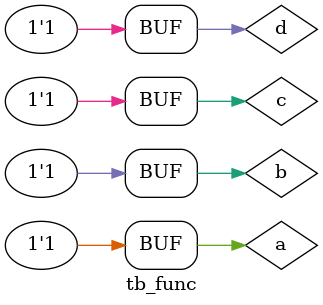
<source format=sv>
module tb_func;

logic a, b, c, d, f;

func func1 (a, b, c, d, f);


initial begin
	a = 0; b = 0; c = 0; d = 0; #10;
	a = 0; b = 0; c = 0; d = 1; #10;
	a = 0; b = 0; c = 1; d = 0; #10;
	a = 0; b = 0; c = 1; d = 1; #10;
	a = 0; b = 1; c = 0; d = 0; #10;
	a = 0; b = 1; c = 0; d = 1; #10;
	a = 0; b = 1; c = 1; d = 0; #10;
	a = 0; b = 1; c = 1; d = 1; #10;
	a = 1; b = 0; c = 0; d = 0; #10;
	a = 1; b = 0; c = 0; d = 1; #10;
	a = 1; b = 0; c = 1; d = 0; #10;
	a = 1; b = 0; c = 1; d = 1; #10;
	a = 1; b = 1; c = 0; d = 0; #10;
	a = 1; b = 1; c = 0; d = 1; #10;
	a = 1; b = 1; c = 1; d = 0; #10;
	a = 1; b = 1; c = 1; d = 1; #10;
	
end

endmodule	
</source>
